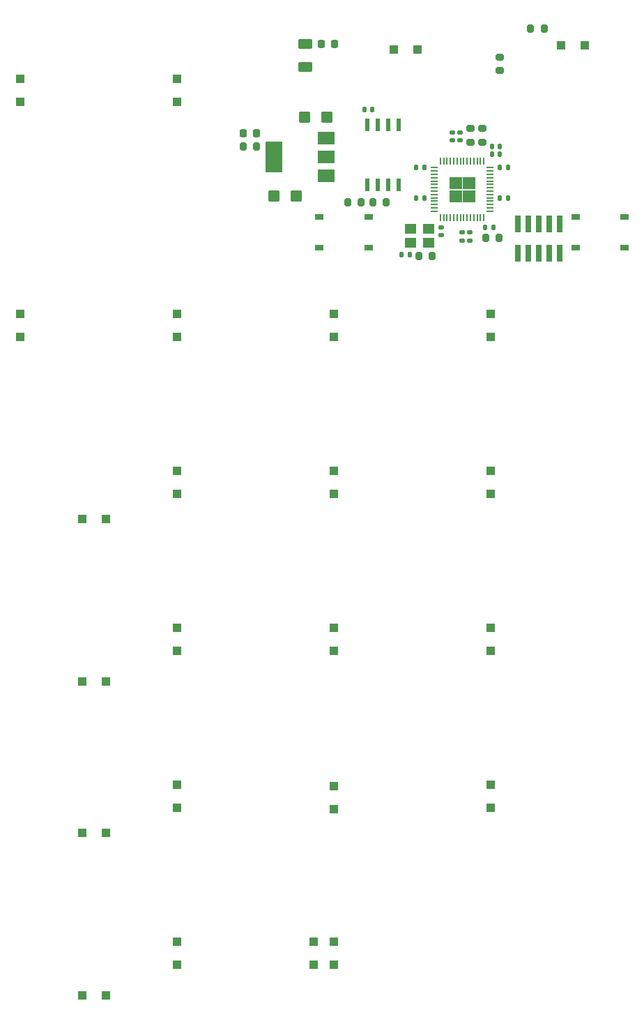
<source format=gtp>
G04 #@! TF.GenerationSoftware,KiCad,Pcbnew,(6.0.0)*
G04 #@! TF.CreationDate,2023-01-04T21:38:06+01:00*
G04 #@! TF.ProjectId,MPad2040_V1,4d506164-3230-4343-905f-56312e6b6963,rev?*
G04 #@! TF.SameCoordinates,Original*
G04 #@! TF.FileFunction,Paste,Top*
G04 #@! TF.FilePolarity,Positive*
%FSLAX46Y46*%
G04 Gerber Fmt 4.6, Leading zero omitted, Abs format (unit mm)*
G04 Created by KiCad (PCBNEW (6.0.0)) date 2023-01-04 21:38:06*
%MOMM*%
%LPD*%
G01*
G04 APERTURE LIST*
G04 Aperture macros list*
%AMRoundRect*
0 Rectangle with rounded corners*
0 $1 Rounding radius*
0 $2 $3 $4 $5 $6 $7 $8 $9 X,Y pos of 4 corners*
0 Add a 4 corners polygon primitive as box body*
4,1,4,$2,$3,$4,$5,$6,$7,$8,$9,$2,$3,0*
0 Add four circle primitives for the rounded corners*
1,1,$1+$1,$2,$3*
1,1,$1+$1,$4,$5*
1,1,$1+$1,$6,$7*
1,1,$1+$1,$8,$9*
0 Add four rect primitives between the rounded corners*
20,1,$1+$1,$2,$3,$4,$5,0*
20,1,$1+$1,$4,$5,$6,$7,0*
20,1,$1+$1,$6,$7,$8,$9,0*
20,1,$1+$1,$8,$9,$2,$3,0*%
G04 Aperture macros list end*
%ADD10C,0.100000*%
%ADD11R,1.100000X1.100000*%
%ADD12RoundRect,0.200000X0.200000X0.275000X-0.200000X0.275000X-0.200000X-0.275000X0.200000X-0.275000X0*%
%ADD13RoundRect,0.200000X-0.275000X0.200000X-0.275000X-0.200000X0.275000X-0.200000X0.275000X0.200000X0*%
%ADD14RoundRect,0.218750X0.218750X0.256250X-0.218750X0.256250X-0.218750X-0.256250X0.218750X-0.256250X0*%
%ADD15RoundRect,0.250000X-0.625000X0.375000X-0.625000X-0.375000X0.625000X-0.375000X0.625000X0.375000X0*%
%ADD16RoundRect,0.140000X-0.140000X-0.170000X0.140000X-0.170000X0.140000X0.170000X-0.140000X0.170000X0*%
%ADD17RoundRect,0.140000X0.140000X0.170000X-0.140000X0.170000X-0.140000X-0.170000X0.140000X-0.170000X0*%
%ADD18R,2.000000X1.500000*%
%ADD19R,2.000000X3.800000*%
%ADD20R,0.750000X2.100000*%
%ADD21R,1.000000X0.750000*%
%ADD22RoundRect,0.140000X0.170000X-0.140000X0.170000X0.140000X-0.170000X0.140000X-0.170000X-0.140000X0*%
%ADD23R,0.532600X1.487399*%
%ADD24RoundRect,0.200000X0.275000X-0.200000X0.275000X0.200000X-0.275000X0.200000X-0.275000X-0.200000X0*%
%ADD25RoundRect,0.250000X0.450000X0.425000X-0.450000X0.425000X-0.450000X-0.425000X0.450000X-0.425000X0*%
%ADD26RoundRect,0.200000X-0.200000X-0.275000X0.200000X-0.275000X0.200000X0.275000X-0.200000X0.275000X0*%
%ADD27RoundRect,0.140000X-0.170000X0.140000X-0.170000X-0.140000X0.170000X-0.140000X0.170000X0.140000X0*%
%ADD28R,0.807999X0.178600*%
%ADD29R,0.178600X0.807999*%
%ADD30RoundRect,0.250000X-0.450000X-0.425000X0.450000X-0.425000X0.450000X0.425000X-0.450000X0.425000X0*%
%ADD31R,1.400000X1.200000*%
G04 APERTURE END LIST*
D10*
X165024000Y-54379800D02*
X165024000Y-55780000D01*
X165024000Y-55780000D02*
X166424200Y-55780000D01*
X166424200Y-55780000D02*
X166424200Y-54379800D01*
X166424200Y-54379800D02*
X165024000Y-54379800D01*
G36*
X166424200Y-55780000D02*
G01*
X165024000Y-55780000D01*
X165024000Y-54379800D01*
X166424200Y-54379800D01*
X166424200Y-55780000D01*
G37*
X166424200Y-55780000D02*
X165024000Y-55780000D01*
X165024000Y-54379800D01*
X166424200Y-54379800D01*
X166424200Y-55780000D01*
X165024000Y-55980000D02*
X165024000Y-57380200D01*
X165024000Y-57380200D02*
X166424200Y-57380200D01*
X166424200Y-57380200D02*
X166424200Y-55980000D01*
X166424200Y-55980000D02*
X165024000Y-55980000D01*
G36*
X166424200Y-57380200D02*
G01*
X165024000Y-57380200D01*
X165024000Y-55980000D01*
X166424200Y-55980000D01*
X166424200Y-57380200D01*
G37*
X166424200Y-57380200D02*
X165024000Y-57380200D01*
X165024000Y-55980000D01*
X166424200Y-55980000D01*
X166424200Y-57380200D01*
X163423800Y-55980000D02*
X163423800Y-57380200D01*
X163423800Y-57380200D02*
X164824000Y-57380200D01*
X164824000Y-57380200D02*
X164824000Y-55980000D01*
X164824000Y-55980000D02*
X163423800Y-55980000D01*
G36*
X164824000Y-57380200D02*
G01*
X163423800Y-57380200D01*
X163423800Y-55980000D01*
X164824000Y-55980000D01*
X164824000Y-57380200D01*
G37*
X164824000Y-57380200D02*
X163423800Y-57380200D01*
X163423800Y-55980000D01*
X164824000Y-55980000D01*
X164824000Y-57380200D01*
X163423800Y-54379800D02*
X163423800Y-55780000D01*
X163423800Y-55780000D02*
X164824000Y-55780000D01*
X164824000Y-55780000D02*
X164824000Y-54379800D01*
X164824000Y-54379800D02*
X163423800Y-54379800D01*
G36*
X164824000Y-55780000D02*
G01*
X163423800Y-55780000D01*
X163423800Y-54379800D01*
X164824000Y-54379800D01*
X164824000Y-55780000D01*
G37*
X164824000Y-55780000D02*
X163423800Y-55780000D01*
X163423800Y-54379800D01*
X164824000Y-54379800D01*
X164824000Y-55780000D01*
D11*
X130253000Y-130940000D03*
X130253000Y-128140000D03*
D12*
X161304000Y-63996200D03*
X159654000Y-63996200D03*
D13*
X169496000Y-39815000D03*
X169496000Y-41465000D03*
D14*
X139930500Y-49022000D03*
X138355500Y-49022000D03*
D11*
X149303000Y-131067000D03*
X149303000Y-128267000D03*
D15*
X145874000Y-38227000D03*
X145874000Y-41027000D03*
D16*
X168558800Y-51612800D03*
X169518800Y-51612800D03*
D11*
X149303000Y-111890000D03*
X149303000Y-109090000D03*
D17*
X160324000Y-56896000D03*
X159364000Y-56896000D03*
D11*
X168353000Y-92840000D03*
X168353000Y-90040000D03*
D18*
X148389000Y-54243000D03*
X148389000Y-51943000D03*
D19*
X142089000Y-51943000D03*
D18*
X148389000Y-49643000D03*
D16*
X157586000Y-63754000D03*
X158546000Y-63754000D03*
D20*
X171655000Y-60049000D03*
X171655000Y-63649000D03*
X172925000Y-60049000D03*
X172925000Y-63649000D03*
X174195000Y-60049000D03*
X174195000Y-63649000D03*
X175465000Y-60049000D03*
X175465000Y-63649000D03*
X176735000Y-60049000D03*
X176735000Y-63649000D03*
D12*
X139968000Y-50673000D03*
X138318000Y-50673000D03*
D14*
X149430000Y-38227000D03*
X147855000Y-38227000D03*
D11*
X121620000Y-95885000D03*
X118820000Y-95885000D03*
D16*
X167746000Y-60452000D03*
X168706000Y-60452000D03*
D21*
X178688000Y-59212000D03*
X178688000Y-62962000D03*
X184688000Y-59212000D03*
X184688000Y-62962000D03*
D22*
X163755600Y-49908400D03*
X163755600Y-48948400D03*
D11*
X149303000Y-92840000D03*
X149303000Y-90040000D03*
D23*
X153367000Y-55346600D03*
X154637000Y-55346600D03*
X155907000Y-55346600D03*
X157177000Y-55346600D03*
X157177000Y-48031400D03*
X155907000Y-48031400D03*
X154637000Y-48031400D03*
X153367000Y-48031400D03*
D11*
X121620000Y-133985000D03*
X118820000Y-133985000D03*
D24*
X167387800Y-50126400D03*
X167387800Y-48476400D03*
D11*
X146890000Y-149990000D03*
X146890000Y-147190000D03*
X168353000Y-111890000D03*
X168353000Y-109090000D03*
D21*
X153573000Y-62962000D03*
X153573000Y-59212000D03*
X147573000Y-62962000D03*
X147573000Y-59212000D03*
D25*
X148494000Y-47117000D03*
X145794000Y-47117000D03*
D22*
X162384000Y-61440000D03*
X162384000Y-60480000D03*
D12*
X152668000Y-57404000D03*
X151018000Y-57404000D03*
D11*
X121620000Y-153670000D03*
X118820000Y-153670000D03*
X130253000Y-92840000D03*
X130253000Y-90040000D03*
X130253000Y-111890000D03*
X130253000Y-109090000D03*
D26*
X167782000Y-61722000D03*
X169432000Y-61722000D03*
D27*
X164949400Y-61115000D03*
X164949400Y-62075000D03*
D17*
X160324000Y-53238400D03*
X159364000Y-53238400D03*
D11*
X130253000Y-149990000D03*
X130253000Y-147190000D03*
D24*
X165914600Y-50126400D03*
X165914600Y-48476400D03*
D28*
X161522800Y-53238400D03*
X161522800Y-53644800D03*
X161522800Y-54051200D03*
X161522800Y-54457600D03*
X161522800Y-54864000D03*
X161522800Y-55270400D03*
X161522800Y-55676800D03*
X161522800Y-56083200D03*
X161522800Y-56489600D03*
X161522800Y-56896000D03*
X161522800Y-57302400D03*
X161522800Y-57708800D03*
X161522800Y-58115200D03*
X161522800Y-58521600D03*
D29*
X162282400Y-59281200D03*
X162688800Y-59281200D03*
X163095200Y-59281200D03*
X163501600Y-59281200D03*
X163908000Y-59281200D03*
X164314400Y-59281200D03*
X164720800Y-59281200D03*
X165127200Y-59281200D03*
X165533600Y-59281200D03*
X165940000Y-59281200D03*
X166346400Y-59281200D03*
X166752800Y-59281200D03*
X167159200Y-59281200D03*
X167565600Y-59281200D03*
D28*
X168325200Y-58521600D03*
X168325200Y-58115200D03*
X168325200Y-57708800D03*
X168325200Y-57302400D03*
X168325200Y-56896000D03*
X168325200Y-56489600D03*
X168325200Y-56083200D03*
X168325200Y-55676800D03*
X168325200Y-55270400D03*
X168325200Y-54864000D03*
X168325200Y-54457600D03*
X168325200Y-54051200D03*
X168325200Y-53644800D03*
X168325200Y-53238400D03*
D29*
X167565600Y-52478800D03*
X167159200Y-52478800D03*
X166752800Y-52478800D03*
X166346400Y-52478800D03*
X165940000Y-52478800D03*
X165533600Y-52478800D03*
X165127200Y-52478800D03*
X164720800Y-52478800D03*
X164314400Y-52478800D03*
X163908000Y-52478800D03*
X163501600Y-52478800D03*
X163095200Y-52478800D03*
X162688800Y-52478800D03*
X162282400Y-52478800D03*
D11*
X168353000Y-73790000D03*
X168353000Y-70990000D03*
X179786000Y-38354000D03*
X176986000Y-38354000D03*
X111203000Y-73790000D03*
X111203000Y-70990000D03*
X149303000Y-149990000D03*
X149303000Y-147190000D03*
D16*
X168558800Y-50673000D03*
X169518800Y-50673000D03*
D22*
X164695400Y-49908400D03*
X164695400Y-48948400D03*
D11*
X111203000Y-45215000D03*
X111203000Y-42415000D03*
D16*
X169524000Y-53238400D03*
X170484000Y-53238400D03*
D12*
X155716000Y-57404000D03*
X154066000Y-57404000D03*
D11*
X130253000Y-45215000D03*
X130253000Y-42415000D03*
D16*
X153042000Y-46202600D03*
X154002000Y-46202600D03*
D11*
X168353000Y-130940000D03*
X168353000Y-128140000D03*
X121620000Y-115570000D03*
X118820000Y-115570000D03*
X130253000Y-73790000D03*
X130253000Y-70990000D03*
X159466000Y-38862000D03*
X156666000Y-38862000D03*
D16*
X169524000Y-56896000D03*
X170484000Y-56896000D03*
D27*
X165889200Y-61115000D03*
X165889200Y-62075000D03*
D30*
X142064000Y-56642000D03*
X144764000Y-56642000D03*
D31*
X160866511Y-60657000D03*
X158666511Y-60657000D03*
X158666511Y-62357000D03*
X160866511Y-62357000D03*
D11*
X149303000Y-73790000D03*
X149303000Y-70990000D03*
D26*
X173243000Y-36322000D03*
X174893000Y-36322000D03*
M02*

</source>
